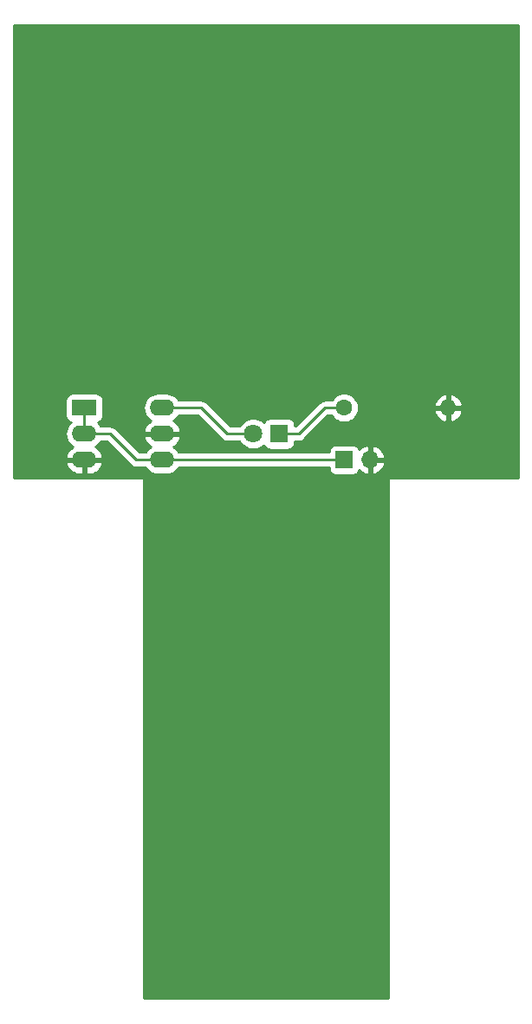
<source format=gbl>
G04 #@! TF.GenerationSoftware,KiCad,Pcbnew,5.1.6-c6e7f7d~86~ubuntu16.04.1*
G04 #@! TF.CreationDate,2020-06-21T22:44:54+09:00*
G04 #@! TF.ProjectId,Akashi-05,416b6173-6869-42d3-9035-2e6b69636164,rev?*
G04 #@! TF.SameCoordinates,Original*
G04 #@! TF.FileFunction,Copper,L2,Bot*
G04 #@! TF.FilePolarity,Positive*
%FSLAX46Y46*%
G04 Gerber Fmt 4.6, Leading zero omitted, Abs format (unit mm)*
G04 Created by KiCad (PCBNEW 5.1.6-c6e7f7d~86~ubuntu16.04.1) date 2020-06-21 22:44:54*
%MOMM*%
%LPD*%
G01*
G04 APERTURE LIST*
G04 #@! TA.AperFunction,ComponentPad*
%ADD10R,1.800000X1.800000*%
G04 #@! TD*
G04 #@! TA.AperFunction,ComponentPad*
%ADD11C,1.800000*%
G04 #@! TD*
G04 #@! TA.AperFunction,ComponentPad*
%ADD12R,1.700000X1.700000*%
G04 #@! TD*
G04 #@! TA.AperFunction,ComponentPad*
%ADD13O,1.700000X1.700000*%
G04 #@! TD*
G04 #@! TA.AperFunction,ComponentPad*
%ADD14C,1.600000*%
G04 #@! TD*
G04 #@! TA.AperFunction,ComponentPad*
%ADD15O,1.600000X1.600000*%
G04 #@! TD*
G04 #@! TA.AperFunction,ComponentPad*
%ADD16R,2.400000X1.600000*%
G04 #@! TD*
G04 #@! TA.AperFunction,ComponentPad*
%ADD17O,2.400000X1.600000*%
G04 #@! TD*
G04 #@! TA.AperFunction,Conductor*
%ADD18C,0.250000*%
G04 #@! TD*
G04 #@! TA.AperFunction,Conductor*
%ADD19C,0.254000*%
G04 #@! TD*
G04 APERTURE END LIST*
D10*
X146050000Y-93980000D03*
D11*
X143510000Y-93980000D03*
D12*
X152400000Y-96520000D03*
D13*
X154940000Y-96520000D03*
D14*
X152400000Y-91440000D03*
D15*
X162560000Y-91440000D03*
D16*
X127000000Y-91440000D03*
D17*
X134620000Y-96520000D03*
X127000000Y-93980000D03*
X134620000Y-93980000D03*
X127000000Y-96520000D03*
X134620000Y-91440000D03*
D18*
X146050000Y-93980000D02*
X147955000Y-93980000D01*
X147955000Y-93980000D02*
X150495000Y-91440000D01*
X150495000Y-91440000D02*
X152400000Y-91440000D01*
X143510000Y-93980000D02*
X140970000Y-93980000D01*
X140970000Y-93980000D02*
X138430000Y-91440000D01*
X138430000Y-91440000D02*
X134620000Y-91440000D01*
X127000000Y-91440000D02*
X127000000Y-93980000D01*
X127000000Y-93980000D02*
X129540000Y-93980000D01*
X132080000Y-96520000D02*
X134620000Y-96520000D01*
X129540000Y-93980000D02*
X132080000Y-96520000D01*
X134620000Y-96520000D02*
X152400000Y-96520000D01*
D19*
G36*
X169418000Y-98298000D02*
G01*
X156845000Y-98298000D01*
X156820224Y-98300440D01*
X156796399Y-98307667D01*
X156774443Y-98319403D01*
X156755197Y-98335197D01*
X156739403Y-98354443D01*
X156727667Y-98376399D01*
X156720440Y-98400224D01*
X156718000Y-98425000D01*
X156718000Y-149098000D01*
X132842000Y-149098000D01*
X132842000Y-98425000D01*
X132839560Y-98400224D01*
X132832333Y-98376399D01*
X132820597Y-98354443D01*
X132804803Y-98335197D01*
X132785557Y-98319403D01*
X132763601Y-98307667D01*
X132739776Y-98300440D01*
X132715000Y-98298000D01*
X120142000Y-98298000D01*
X120142000Y-96869039D01*
X125208096Y-96869039D01*
X125225633Y-96951818D01*
X125336285Y-97211646D01*
X125495500Y-97444895D01*
X125697161Y-97642601D01*
X125933517Y-97797166D01*
X126195486Y-97902650D01*
X126473000Y-97955000D01*
X126873000Y-97955000D01*
X126873000Y-96647000D01*
X127127000Y-96647000D01*
X127127000Y-97955000D01*
X127527000Y-97955000D01*
X127804514Y-97902650D01*
X128066483Y-97797166D01*
X128302839Y-97642601D01*
X128504500Y-97444895D01*
X128663715Y-97211646D01*
X128774367Y-96951818D01*
X128791904Y-96869039D01*
X128669915Y-96647000D01*
X127127000Y-96647000D01*
X126873000Y-96647000D01*
X125330085Y-96647000D01*
X125208096Y-96869039D01*
X120142000Y-96869039D01*
X120142000Y-93980000D01*
X125158057Y-93980000D01*
X125185764Y-94261309D01*
X125267818Y-94531808D01*
X125401068Y-94781101D01*
X125580392Y-94999608D01*
X125798899Y-95178932D01*
X125926741Y-95247265D01*
X125697161Y-95397399D01*
X125495500Y-95595105D01*
X125336285Y-95828354D01*
X125225633Y-96088182D01*
X125208096Y-96170961D01*
X125330085Y-96393000D01*
X126873000Y-96393000D01*
X126873000Y-96373000D01*
X127127000Y-96373000D01*
X127127000Y-96393000D01*
X128669915Y-96393000D01*
X128791904Y-96170961D01*
X128774367Y-96088182D01*
X128663715Y-95828354D01*
X128504500Y-95595105D01*
X128302839Y-95397399D01*
X128073259Y-95247265D01*
X128201101Y-95178932D01*
X128419608Y-94999608D01*
X128598932Y-94781101D01*
X128620901Y-94740000D01*
X129225199Y-94740000D01*
X131516205Y-97031008D01*
X131539999Y-97060001D01*
X131568992Y-97083795D01*
X131568996Y-97083799D01*
X131639685Y-97141811D01*
X131655724Y-97154974D01*
X131787753Y-97225546D01*
X131931014Y-97269003D01*
X132042667Y-97280000D01*
X132042676Y-97280000D01*
X132079999Y-97283676D01*
X132117322Y-97280000D01*
X132999099Y-97280000D01*
X133021068Y-97321101D01*
X133200392Y-97539608D01*
X133418899Y-97718932D01*
X133668192Y-97852182D01*
X133938691Y-97934236D01*
X134149508Y-97955000D01*
X135090492Y-97955000D01*
X135301309Y-97934236D01*
X135571808Y-97852182D01*
X135821101Y-97718932D01*
X136039608Y-97539608D01*
X136218932Y-97321101D01*
X136240901Y-97280000D01*
X150911928Y-97280000D01*
X150911928Y-97370000D01*
X150924188Y-97494482D01*
X150960498Y-97614180D01*
X151019463Y-97724494D01*
X151098815Y-97821185D01*
X151195506Y-97900537D01*
X151305820Y-97959502D01*
X151425518Y-97995812D01*
X151550000Y-98008072D01*
X153250000Y-98008072D01*
X153374482Y-97995812D01*
X153494180Y-97959502D01*
X153604494Y-97900537D01*
X153701185Y-97821185D01*
X153780537Y-97724494D01*
X153839502Y-97614180D01*
X153863966Y-97533534D01*
X153939731Y-97617588D01*
X154173080Y-97791641D01*
X154435901Y-97916825D01*
X154583110Y-97961476D01*
X154813000Y-97840155D01*
X154813000Y-96647000D01*
X155067000Y-96647000D01*
X155067000Y-97840155D01*
X155296890Y-97961476D01*
X155444099Y-97916825D01*
X155706920Y-97791641D01*
X155940269Y-97617588D01*
X156135178Y-97401355D01*
X156284157Y-97151252D01*
X156381481Y-96876891D01*
X156260814Y-96647000D01*
X155067000Y-96647000D01*
X154813000Y-96647000D01*
X154793000Y-96647000D01*
X154793000Y-96393000D01*
X154813000Y-96393000D01*
X154813000Y-95199845D01*
X155067000Y-95199845D01*
X155067000Y-96393000D01*
X156260814Y-96393000D01*
X156381481Y-96163109D01*
X156284157Y-95888748D01*
X156135178Y-95638645D01*
X155940269Y-95422412D01*
X155706920Y-95248359D01*
X155444099Y-95123175D01*
X155296890Y-95078524D01*
X155067000Y-95199845D01*
X154813000Y-95199845D01*
X154583110Y-95078524D01*
X154435901Y-95123175D01*
X154173080Y-95248359D01*
X153939731Y-95422412D01*
X153863966Y-95506466D01*
X153839502Y-95425820D01*
X153780537Y-95315506D01*
X153701185Y-95218815D01*
X153604494Y-95139463D01*
X153494180Y-95080498D01*
X153374482Y-95044188D01*
X153250000Y-95031928D01*
X151550000Y-95031928D01*
X151425518Y-95044188D01*
X151305820Y-95080498D01*
X151195506Y-95139463D01*
X151098815Y-95218815D01*
X151019463Y-95315506D01*
X150960498Y-95425820D01*
X150924188Y-95545518D01*
X150911928Y-95670000D01*
X150911928Y-95760000D01*
X136240901Y-95760000D01*
X136218932Y-95718899D01*
X136039608Y-95500392D01*
X135821101Y-95321068D01*
X135693259Y-95252735D01*
X135922839Y-95102601D01*
X136124500Y-94904895D01*
X136283715Y-94671646D01*
X136394367Y-94411818D01*
X136411904Y-94329039D01*
X136289915Y-94107000D01*
X134747000Y-94107000D01*
X134747000Y-94127000D01*
X134493000Y-94127000D01*
X134493000Y-94107000D01*
X132950085Y-94107000D01*
X132828096Y-94329039D01*
X132845633Y-94411818D01*
X132956285Y-94671646D01*
X133115500Y-94904895D01*
X133317161Y-95102601D01*
X133546741Y-95252735D01*
X133418899Y-95321068D01*
X133200392Y-95500392D01*
X133021068Y-95718899D01*
X132999099Y-95760000D01*
X132394803Y-95760000D01*
X130103804Y-93469003D01*
X130080001Y-93439999D01*
X129964276Y-93345026D01*
X129832247Y-93274454D01*
X129688986Y-93230997D01*
X129577333Y-93220000D01*
X129577322Y-93220000D01*
X129540000Y-93216324D01*
X129502678Y-93220000D01*
X128620901Y-93220000D01*
X128598932Y-93178899D01*
X128419608Y-92960392D01*
X128306518Y-92867581D01*
X128324482Y-92865812D01*
X128444180Y-92829502D01*
X128554494Y-92770537D01*
X128651185Y-92691185D01*
X128730537Y-92594494D01*
X128789502Y-92484180D01*
X128825812Y-92364482D01*
X128838072Y-92240000D01*
X128838072Y-91440000D01*
X132778057Y-91440000D01*
X132805764Y-91721309D01*
X132887818Y-91991808D01*
X133021068Y-92241101D01*
X133200392Y-92459608D01*
X133418899Y-92638932D01*
X133546741Y-92707265D01*
X133317161Y-92857399D01*
X133115500Y-93055105D01*
X132956285Y-93288354D01*
X132845633Y-93548182D01*
X132828096Y-93630961D01*
X132950085Y-93853000D01*
X134493000Y-93853000D01*
X134493000Y-93833000D01*
X134747000Y-93833000D01*
X134747000Y-93853000D01*
X136289915Y-93853000D01*
X136411904Y-93630961D01*
X136394367Y-93548182D01*
X136283715Y-93288354D01*
X136124500Y-93055105D01*
X135922839Y-92857399D01*
X135693259Y-92707265D01*
X135821101Y-92638932D01*
X136039608Y-92459608D01*
X136218932Y-92241101D01*
X136240901Y-92200000D01*
X138115199Y-92200000D01*
X140406205Y-94491008D01*
X140429999Y-94520001D01*
X140458992Y-94543795D01*
X140458996Y-94543799D01*
X140529685Y-94601811D01*
X140545724Y-94614974D01*
X140677753Y-94685546D01*
X140821014Y-94729003D01*
X140932667Y-94740000D01*
X140932676Y-94740000D01*
X140969999Y-94743676D01*
X141007322Y-94740000D01*
X142171687Y-94740000D01*
X142317688Y-94958505D01*
X142531495Y-95172312D01*
X142782905Y-95340299D01*
X143062257Y-95456011D01*
X143358816Y-95515000D01*
X143661184Y-95515000D01*
X143957743Y-95456011D01*
X144237095Y-95340299D01*
X144488505Y-95172312D01*
X144554944Y-95105873D01*
X144560498Y-95124180D01*
X144619463Y-95234494D01*
X144698815Y-95331185D01*
X144795506Y-95410537D01*
X144905820Y-95469502D01*
X145025518Y-95505812D01*
X145150000Y-95518072D01*
X146950000Y-95518072D01*
X147074482Y-95505812D01*
X147194180Y-95469502D01*
X147304494Y-95410537D01*
X147401185Y-95331185D01*
X147480537Y-95234494D01*
X147539502Y-95124180D01*
X147575812Y-95004482D01*
X147588072Y-94880000D01*
X147588072Y-94740000D01*
X147917678Y-94740000D01*
X147955000Y-94743676D01*
X147992322Y-94740000D01*
X147992333Y-94740000D01*
X148103986Y-94729003D01*
X148247247Y-94685546D01*
X148379276Y-94614974D01*
X148495001Y-94520001D01*
X148518804Y-94490997D01*
X150809803Y-92200000D01*
X151181957Y-92200000D01*
X151285363Y-92354759D01*
X151485241Y-92554637D01*
X151720273Y-92711680D01*
X151981426Y-92819853D01*
X152258665Y-92875000D01*
X152541335Y-92875000D01*
X152818574Y-92819853D01*
X153079727Y-92711680D01*
X153314759Y-92554637D01*
X153514637Y-92354759D01*
X153671680Y-92119727D01*
X153779853Y-91858574D01*
X153793684Y-91789039D01*
X161168096Y-91789039D01*
X161208754Y-91923087D01*
X161328963Y-92177420D01*
X161496481Y-92403414D01*
X161704869Y-92592385D01*
X161946119Y-92737070D01*
X162210960Y-92831909D01*
X162433000Y-92710624D01*
X162433000Y-91567000D01*
X162687000Y-91567000D01*
X162687000Y-92710624D01*
X162909040Y-92831909D01*
X163173881Y-92737070D01*
X163415131Y-92592385D01*
X163623519Y-92403414D01*
X163791037Y-92177420D01*
X163911246Y-91923087D01*
X163951904Y-91789039D01*
X163829915Y-91567000D01*
X162687000Y-91567000D01*
X162433000Y-91567000D01*
X161290085Y-91567000D01*
X161168096Y-91789039D01*
X153793684Y-91789039D01*
X153835000Y-91581335D01*
X153835000Y-91298665D01*
X153793685Y-91090961D01*
X161168096Y-91090961D01*
X161290085Y-91313000D01*
X162433000Y-91313000D01*
X162433000Y-90169376D01*
X162687000Y-90169376D01*
X162687000Y-91313000D01*
X163829915Y-91313000D01*
X163951904Y-91090961D01*
X163911246Y-90956913D01*
X163791037Y-90702580D01*
X163623519Y-90476586D01*
X163415131Y-90287615D01*
X163173881Y-90142930D01*
X162909040Y-90048091D01*
X162687000Y-90169376D01*
X162433000Y-90169376D01*
X162210960Y-90048091D01*
X161946119Y-90142930D01*
X161704869Y-90287615D01*
X161496481Y-90476586D01*
X161328963Y-90702580D01*
X161208754Y-90956913D01*
X161168096Y-91090961D01*
X153793685Y-91090961D01*
X153779853Y-91021426D01*
X153671680Y-90760273D01*
X153514637Y-90525241D01*
X153314759Y-90325363D01*
X153079727Y-90168320D01*
X152818574Y-90060147D01*
X152541335Y-90005000D01*
X152258665Y-90005000D01*
X151981426Y-90060147D01*
X151720273Y-90168320D01*
X151485241Y-90325363D01*
X151285363Y-90525241D01*
X151181957Y-90680000D01*
X150532322Y-90680000D01*
X150494999Y-90676324D01*
X150457676Y-90680000D01*
X150457667Y-90680000D01*
X150346014Y-90690997D01*
X150202753Y-90734454D01*
X150070724Y-90805026D01*
X150070722Y-90805027D01*
X150070723Y-90805027D01*
X149983996Y-90876201D01*
X149983992Y-90876205D01*
X149954999Y-90899999D01*
X149931205Y-90928992D01*
X147640199Y-93220000D01*
X147588072Y-93220000D01*
X147588072Y-93080000D01*
X147575812Y-92955518D01*
X147539502Y-92835820D01*
X147480537Y-92725506D01*
X147401185Y-92628815D01*
X147304494Y-92549463D01*
X147194180Y-92490498D01*
X147074482Y-92454188D01*
X146950000Y-92441928D01*
X145150000Y-92441928D01*
X145025518Y-92454188D01*
X144905820Y-92490498D01*
X144795506Y-92549463D01*
X144698815Y-92628815D01*
X144619463Y-92725506D01*
X144560498Y-92835820D01*
X144554944Y-92854127D01*
X144488505Y-92787688D01*
X144237095Y-92619701D01*
X143957743Y-92503989D01*
X143661184Y-92445000D01*
X143358816Y-92445000D01*
X143062257Y-92503989D01*
X142782905Y-92619701D01*
X142531495Y-92787688D01*
X142317688Y-93001495D01*
X142171687Y-93220000D01*
X141284803Y-93220000D01*
X138993804Y-90929003D01*
X138970001Y-90899999D01*
X138854276Y-90805026D01*
X138722247Y-90734454D01*
X138578986Y-90690997D01*
X138467333Y-90680000D01*
X138467322Y-90680000D01*
X138430000Y-90676324D01*
X138392678Y-90680000D01*
X136240901Y-90680000D01*
X136218932Y-90638899D01*
X136039608Y-90420392D01*
X135821101Y-90241068D01*
X135571808Y-90107818D01*
X135301309Y-90025764D01*
X135090492Y-90005000D01*
X134149508Y-90005000D01*
X133938691Y-90025764D01*
X133668192Y-90107818D01*
X133418899Y-90241068D01*
X133200392Y-90420392D01*
X133021068Y-90638899D01*
X132887818Y-90888192D01*
X132805764Y-91158691D01*
X132778057Y-91440000D01*
X128838072Y-91440000D01*
X128838072Y-90640000D01*
X128825812Y-90515518D01*
X128789502Y-90395820D01*
X128730537Y-90285506D01*
X128651185Y-90188815D01*
X128554494Y-90109463D01*
X128444180Y-90050498D01*
X128324482Y-90014188D01*
X128200000Y-90001928D01*
X125800000Y-90001928D01*
X125675518Y-90014188D01*
X125555820Y-90050498D01*
X125445506Y-90109463D01*
X125348815Y-90188815D01*
X125269463Y-90285506D01*
X125210498Y-90395820D01*
X125174188Y-90515518D01*
X125161928Y-90640000D01*
X125161928Y-92240000D01*
X125174188Y-92364482D01*
X125210498Y-92484180D01*
X125269463Y-92594494D01*
X125348815Y-92691185D01*
X125445506Y-92770537D01*
X125555820Y-92829502D01*
X125675518Y-92865812D01*
X125693482Y-92867581D01*
X125580392Y-92960392D01*
X125401068Y-93178899D01*
X125267818Y-93428192D01*
X125185764Y-93698691D01*
X125158057Y-93980000D01*
X120142000Y-93980000D01*
X120142000Y-54102000D01*
X169418000Y-54102000D01*
X169418000Y-98298000D01*
G37*
X169418000Y-98298000D02*
X156845000Y-98298000D01*
X156820224Y-98300440D01*
X156796399Y-98307667D01*
X156774443Y-98319403D01*
X156755197Y-98335197D01*
X156739403Y-98354443D01*
X156727667Y-98376399D01*
X156720440Y-98400224D01*
X156718000Y-98425000D01*
X156718000Y-149098000D01*
X132842000Y-149098000D01*
X132842000Y-98425000D01*
X132839560Y-98400224D01*
X132832333Y-98376399D01*
X132820597Y-98354443D01*
X132804803Y-98335197D01*
X132785557Y-98319403D01*
X132763601Y-98307667D01*
X132739776Y-98300440D01*
X132715000Y-98298000D01*
X120142000Y-98298000D01*
X120142000Y-96869039D01*
X125208096Y-96869039D01*
X125225633Y-96951818D01*
X125336285Y-97211646D01*
X125495500Y-97444895D01*
X125697161Y-97642601D01*
X125933517Y-97797166D01*
X126195486Y-97902650D01*
X126473000Y-97955000D01*
X126873000Y-97955000D01*
X126873000Y-96647000D01*
X127127000Y-96647000D01*
X127127000Y-97955000D01*
X127527000Y-97955000D01*
X127804514Y-97902650D01*
X128066483Y-97797166D01*
X128302839Y-97642601D01*
X128504500Y-97444895D01*
X128663715Y-97211646D01*
X128774367Y-96951818D01*
X128791904Y-96869039D01*
X128669915Y-96647000D01*
X127127000Y-96647000D01*
X126873000Y-96647000D01*
X125330085Y-96647000D01*
X125208096Y-96869039D01*
X120142000Y-96869039D01*
X120142000Y-93980000D01*
X125158057Y-93980000D01*
X125185764Y-94261309D01*
X125267818Y-94531808D01*
X125401068Y-94781101D01*
X125580392Y-94999608D01*
X125798899Y-95178932D01*
X125926741Y-95247265D01*
X125697161Y-95397399D01*
X125495500Y-95595105D01*
X125336285Y-95828354D01*
X125225633Y-96088182D01*
X125208096Y-96170961D01*
X125330085Y-96393000D01*
X126873000Y-96393000D01*
X126873000Y-96373000D01*
X127127000Y-96373000D01*
X127127000Y-96393000D01*
X128669915Y-96393000D01*
X128791904Y-96170961D01*
X128774367Y-96088182D01*
X128663715Y-95828354D01*
X128504500Y-95595105D01*
X128302839Y-95397399D01*
X128073259Y-95247265D01*
X128201101Y-95178932D01*
X128419608Y-94999608D01*
X128598932Y-94781101D01*
X128620901Y-94740000D01*
X129225199Y-94740000D01*
X131516205Y-97031008D01*
X131539999Y-97060001D01*
X131568992Y-97083795D01*
X131568996Y-97083799D01*
X131639685Y-97141811D01*
X131655724Y-97154974D01*
X131787753Y-97225546D01*
X131931014Y-97269003D01*
X132042667Y-97280000D01*
X132042676Y-97280000D01*
X132079999Y-97283676D01*
X132117322Y-97280000D01*
X132999099Y-97280000D01*
X133021068Y-97321101D01*
X133200392Y-97539608D01*
X133418899Y-97718932D01*
X133668192Y-97852182D01*
X133938691Y-97934236D01*
X134149508Y-97955000D01*
X135090492Y-97955000D01*
X135301309Y-97934236D01*
X135571808Y-97852182D01*
X135821101Y-97718932D01*
X136039608Y-97539608D01*
X136218932Y-97321101D01*
X136240901Y-97280000D01*
X150911928Y-97280000D01*
X150911928Y-97370000D01*
X150924188Y-97494482D01*
X150960498Y-97614180D01*
X151019463Y-97724494D01*
X151098815Y-97821185D01*
X151195506Y-97900537D01*
X151305820Y-97959502D01*
X151425518Y-97995812D01*
X151550000Y-98008072D01*
X153250000Y-98008072D01*
X153374482Y-97995812D01*
X153494180Y-97959502D01*
X153604494Y-97900537D01*
X153701185Y-97821185D01*
X153780537Y-97724494D01*
X153839502Y-97614180D01*
X153863966Y-97533534D01*
X153939731Y-97617588D01*
X154173080Y-97791641D01*
X154435901Y-97916825D01*
X154583110Y-97961476D01*
X154813000Y-97840155D01*
X154813000Y-96647000D01*
X155067000Y-96647000D01*
X155067000Y-97840155D01*
X155296890Y-97961476D01*
X155444099Y-97916825D01*
X155706920Y-97791641D01*
X155940269Y-97617588D01*
X156135178Y-97401355D01*
X156284157Y-97151252D01*
X156381481Y-96876891D01*
X156260814Y-96647000D01*
X155067000Y-96647000D01*
X154813000Y-96647000D01*
X154793000Y-96647000D01*
X154793000Y-96393000D01*
X154813000Y-96393000D01*
X154813000Y-95199845D01*
X155067000Y-95199845D01*
X155067000Y-96393000D01*
X156260814Y-96393000D01*
X156381481Y-96163109D01*
X156284157Y-95888748D01*
X156135178Y-95638645D01*
X155940269Y-95422412D01*
X155706920Y-95248359D01*
X155444099Y-95123175D01*
X155296890Y-95078524D01*
X155067000Y-95199845D01*
X154813000Y-95199845D01*
X154583110Y-95078524D01*
X154435901Y-95123175D01*
X154173080Y-95248359D01*
X153939731Y-95422412D01*
X153863966Y-95506466D01*
X153839502Y-95425820D01*
X153780537Y-95315506D01*
X153701185Y-95218815D01*
X153604494Y-95139463D01*
X153494180Y-95080498D01*
X153374482Y-95044188D01*
X153250000Y-95031928D01*
X151550000Y-95031928D01*
X151425518Y-95044188D01*
X151305820Y-95080498D01*
X151195506Y-95139463D01*
X151098815Y-95218815D01*
X151019463Y-95315506D01*
X150960498Y-95425820D01*
X150924188Y-95545518D01*
X150911928Y-95670000D01*
X150911928Y-95760000D01*
X136240901Y-95760000D01*
X136218932Y-95718899D01*
X136039608Y-95500392D01*
X135821101Y-95321068D01*
X135693259Y-95252735D01*
X135922839Y-95102601D01*
X136124500Y-94904895D01*
X136283715Y-94671646D01*
X136394367Y-94411818D01*
X136411904Y-94329039D01*
X136289915Y-94107000D01*
X134747000Y-94107000D01*
X134747000Y-94127000D01*
X134493000Y-94127000D01*
X134493000Y-94107000D01*
X132950085Y-94107000D01*
X132828096Y-94329039D01*
X132845633Y-94411818D01*
X132956285Y-94671646D01*
X133115500Y-94904895D01*
X133317161Y-95102601D01*
X133546741Y-95252735D01*
X133418899Y-95321068D01*
X133200392Y-95500392D01*
X133021068Y-95718899D01*
X132999099Y-95760000D01*
X132394803Y-95760000D01*
X130103804Y-93469003D01*
X130080001Y-93439999D01*
X129964276Y-93345026D01*
X129832247Y-93274454D01*
X129688986Y-93230997D01*
X129577333Y-93220000D01*
X129577322Y-93220000D01*
X129540000Y-93216324D01*
X129502678Y-93220000D01*
X128620901Y-93220000D01*
X128598932Y-93178899D01*
X128419608Y-92960392D01*
X128306518Y-92867581D01*
X128324482Y-92865812D01*
X128444180Y-92829502D01*
X128554494Y-92770537D01*
X128651185Y-92691185D01*
X128730537Y-92594494D01*
X128789502Y-92484180D01*
X128825812Y-92364482D01*
X128838072Y-92240000D01*
X128838072Y-91440000D01*
X132778057Y-91440000D01*
X132805764Y-91721309D01*
X132887818Y-91991808D01*
X133021068Y-92241101D01*
X133200392Y-92459608D01*
X133418899Y-92638932D01*
X133546741Y-92707265D01*
X133317161Y-92857399D01*
X133115500Y-93055105D01*
X132956285Y-93288354D01*
X132845633Y-93548182D01*
X132828096Y-93630961D01*
X132950085Y-93853000D01*
X134493000Y-93853000D01*
X134493000Y-93833000D01*
X134747000Y-93833000D01*
X134747000Y-93853000D01*
X136289915Y-93853000D01*
X136411904Y-93630961D01*
X136394367Y-93548182D01*
X136283715Y-93288354D01*
X136124500Y-93055105D01*
X135922839Y-92857399D01*
X135693259Y-92707265D01*
X135821101Y-92638932D01*
X136039608Y-92459608D01*
X136218932Y-92241101D01*
X136240901Y-92200000D01*
X138115199Y-92200000D01*
X140406205Y-94491008D01*
X140429999Y-94520001D01*
X140458992Y-94543795D01*
X140458996Y-94543799D01*
X140529685Y-94601811D01*
X140545724Y-94614974D01*
X140677753Y-94685546D01*
X140821014Y-94729003D01*
X140932667Y-94740000D01*
X140932676Y-94740000D01*
X140969999Y-94743676D01*
X141007322Y-94740000D01*
X142171687Y-94740000D01*
X142317688Y-94958505D01*
X142531495Y-95172312D01*
X142782905Y-95340299D01*
X143062257Y-95456011D01*
X143358816Y-95515000D01*
X143661184Y-95515000D01*
X143957743Y-95456011D01*
X144237095Y-95340299D01*
X144488505Y-95172312D01*
X144554944Y-95105873D01*
X144560498Y-95124180D01*
X144619463Y-95234494D01*
X144698815Y-95331185D01*
X144795506Y-95410537D01*
X144905820Y-95469502D01*
X145025518Y-95505812D01*
X145150000Y-95518072D01*
X146950000Y-95518072D01*
X147074482Y-95505812D01*
X147194180Y-95469502D01*
X147304494Y-95410537D01*
X147401185Y-95331185D01*
X147480537Y-95234494D01*
X147539502Y-95124180D01*
X147575812Y-95004482D01*
X147588072Y-94880000D01*
X147588072Y-94740000D01*
X147917678Y-94740000D01*
X147955000Y-94743676D01*
X147992322Y-94740000D01*
X147992333Y-94740000D01*
X148103986Y-94729003D01*
X148247247Y-94685546D01*
X148379276Y-94614974D01*
X148495001Y-94520001D01*
X148518804Y-94490997D01*
X150809803Y-92200000D01*
X151181957Y-92200000D01*
X151285363Y-92354759D01*
X151485241Y-92554637D01*
X151720273Y-92711680D01*
X151981426Y-92819853D01*
X152258665Y-92875000D01*
X152541335Y-92875000D01*
X152818574Y-92819853D01*
X153079727Y-92711680D01*
X153314759Y-92554637D01*
X153514637Y-92354759D01*
X153671680Y-92119727D01*
X153779853Y-91858574D01*
X153793684Y-91789039D01*
X161168096Y-91789039D01*
X161208754Y-91923087D01*
X161328963Y-92177420D01*
X161496481Y-92403414D01*
X161704869Y-92592385D01*
X161946119Y-92737070D01*
X162210960Y-92831909D01*
X162433000Y-92710624D01*
X162433000Y-91567000D01*
X162687000Y-91567000D01*
X162687000Y-92710624D01*
X162909040Y-92831909D01*
X163173881Y-92737070D01*
X163415131Y-92592385D01*
X163623519Y-92403414D01*
X163791037Y-92177420D01*
X163911246Y-91923087D01*
X163951904Y-91789039D01*
X163829915Y-91567000D01*
X162687000Y-91567000D01*
X162433000Y-91567000D01*
X161290085Y-91567000D01*
X161168096Y-91789039D01*
X153793684Y-91789039D01*
X153835000Y-91581335D01*
X153835000Y-91298665D01*
X153793685Y-91090961D01*
X161168096Y-91090961D01*
X161290085Y-91313000D01*
X162433000Y-91313000D01*
X162433000Y-90169376D01*
X162687000Y-90169376D01*
X162687000Y-91313000D01*
X163829915Y-91313000D01*
X163951904Y-91090961D01*
X163911246Y-90956913D01*
X163791037Y-90702580D01*
X163623519Y-90476586D01*
X163415131Y-90287615D01*
X163173881Y-90142930D01*
X162909040Y-90048091D01*
X162687000Y-90169376D01*
X162433000Y-90169376D01*
X162210960Y-90048091D01*
X161946119Y-90142930D01*
X161704869Y-90287615D01*
X161496481Y-90476586D01*
X161328963Y-90702580D01*
X161208754Y-90956913D01*
X161168096Y-91090961D01*
X153793685Y-91090961D01*
X153779853Y-91021426D01*
X153671680Y-90760273D01*
X153514637Y-90525241D01*
X153314759Y-90325363D01*
X153079727Y-90168320D01*
X152818574Y-90060147D01*
X152541335Y-90005000D01*
X152258665Y-90005000D01*
X151981426Y-90060147D01*
X151720273Y-90168320D01*
X151485241Y-90325363D01*
X151285363Y-90525241D01*
X151181957Y-90680000D01*
X150532322Y-90680000D01*
X150494999Y-90676324D01*
X150457676Y-90680000D01*
X150457667Y-90680000D01*
X150346014Y-90690997D01*
X150202753Y-90734454D01*
X150070724Y-90805026D01*
X150070722Y-90805027D01*
X150070723Y-90805027D01*
X149983996Y-90876201D01*
X149983992Y-90876205D01*
X149954999Y-90899999D01*
X149931205Y-90928992D01*
X147640199Y-93220000D01*
X147588072Y-93220000D01*
X147588072Y-93080000D01*
X147575812Y-92955518D01*
X147539502Y-92835820D01*
X147480537Y-92725506D01*
X147401185Y-92628815D01*
X147304494Y-92549463D01*
X147194180Y-92490498D01*
X147074482Y-92454188D01*
X146950000Y-92441928D01*
X145150000Y-92441928D01*
X145025518Y-92454188D01*
X144905820Y-92490498D01*
X144795506Y-92549463D01*
X144698815Y-92628815D01*
X144619463Y-92725506D01*
X144560498Y-92835820D01*
X144554944Y-92854127D01*
X144488505Y-92787688D01*
X144237095Y-92619701D01*
X143957743Y-92503989D01*
X143661184Y-92445000D01*
X143358816Y-92445000D01*
X143062257Y-92503989D01*
X142782905Y-92619701D01*
X142531495Y-92787688D01*
X142317688Y-93001495D01*
X142171687Y-93220000D01*
X141284803Y-93220000D01*
X138993804Y-90929003D01*
X138970001Y-90899999D01*
X138854276Y-90805026D01*
X138722247Y-90734454D01*
X138578986Y-90690997D01*
X138467333Y-90680000D01*
X138467322Y-90680000D01*
X138430000Y-90676324D01*
X138392678Y-90680000D01*
X136240901Y-90680000D01*
X136218932Y-90638899D01*
X136039608Y-90420392D01*
X135821101Y-90241068D01*
X135571808Y-90107818D01*
X135301309Y-90025764D01*
X135090492Y-90005000D01*
X134149508Y-90005000D01*
X133938691Y-90025764D01*
X133668192Y-90107818D01*
X133418899Y-90241068D01*
X133200392Y-90420392D01*
X133021068Y-90638899D01*
X132887818Y-90888192D01*
X132805764Y-91158691D01*
X132778057Y-91440000D01*
X128838072Y-91440000D01*
X128838072Y-90640000D01*
X128825812Y-90515518D01*
X128789502Y-90395820D01*
X128730537Y-90285506D01*
X128651185Y-90188815D01*
X128554494Y-90109463D01*
X128444180Y-90050498D01*
X128324482Y-90014188D01*
X128200000Y-90001928D01*
X125800000Y-90001928D01*
X125675518Y-90014188D01*
X125555820Y-90050498D01*
X125445506Y-90109463D01*
X125348815Y-90188815D01*
X125269463Y-90285506D01*
X125210498Y-90395820D01*
X125174188Y-90515518D01*
X125161928Y-90640000D01*
X125161928Y-92240000D01*
X125174188Y-92364482D01*
X125210498Y-92484180D01*
X125269463Y-92594494D01*
X125348815Y-92691185D01*
X125445506Y-92770537D01*
X125555820Y-92829502D01*
X125675518Y-92865812D01*
X125693482Y-92867581D01*
X125580392Y-92960392D01*
X125401068Y-93178899D01*
X125267818Y-93428192D01*
X125185764Y-93698691D01*
X125158057Y-93980000D01*
X120142000Y-93980000D01*
X120142000Y-54102000D01*
X169418000Y-54102000D01*
X169418000Y-98298000D01*
M02*

</source>
